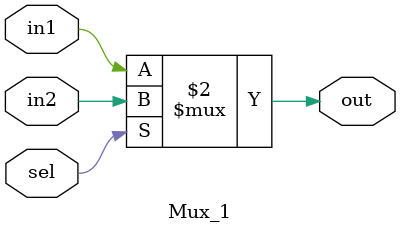
<source format=v>
module Mux_32(out,sel,in1,in2);
    output reg [0:31] out;
    input wire sel;
    input wire [0:31] in1;
    input wire [0:31] in2;
    always @(sel) begin
        if (sel)
            out = in2;
        else 
            out = in1;
    end
endmodule

module Mux_32_2(out,sel,in1,in2);
    output wire [0:31] out;
    input wire sel;
    input wire [0:31] in1;
    input wire [0:31] in2;
    assign out = (sel == 0) ? in1 : in2;
endmodule


module Mux_5(out,sel,in1,in2);
    output wire [0:4] out;
    input wire sel;
    input wire [0:4] in1;
    input wire [0:4] in2;
    assign out = (sel == 0) ? in1 : in2;
endmodule

module Mux_1(out,sel,in1,in2);
    output wire out;
    input wire sel;
    input wire in1;
    input wire in2;
    assign out = (sel == 0) ? in1 : in2;
endmodule







</source>
